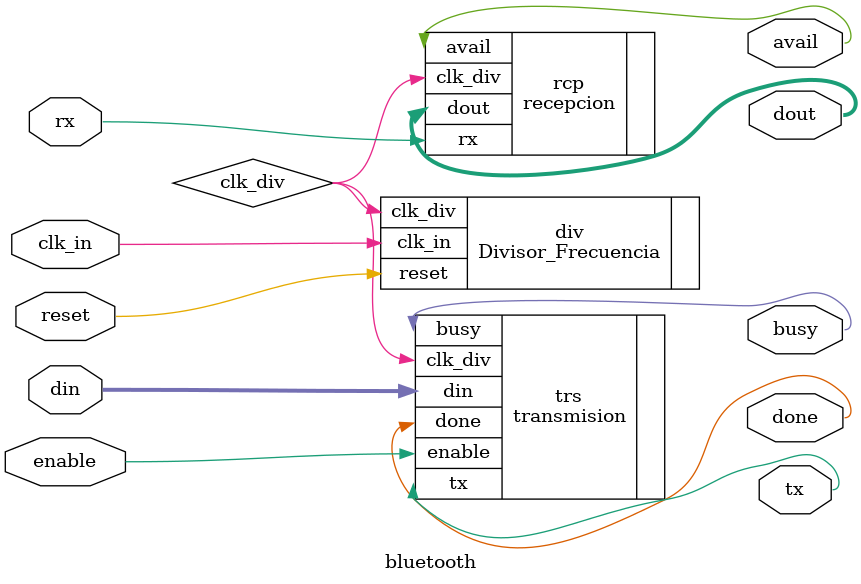
<source format=v>
module bluetooth(input rx,
                 output avail, 
                 input clk_in,
                 input reset,
                 output [7:0] dout,
                 input [7:0]din,
                 input enable,
                 output busy,
                 output done,
                 output tx);

wire clk_div;

Divisor_Frecuencia div(.clk_in(clk_in), .clk_div(clk_div), .reset(reset));

recepcion rcp(.rx(rx),.avail(avail),.dout(dout),.clk_div(clk_div));

transmision trs(.enable(enable),.din(din),.busy(busy),.done(done),.clk_div(clk_div),.tx(tx));


endmodule



</source>
